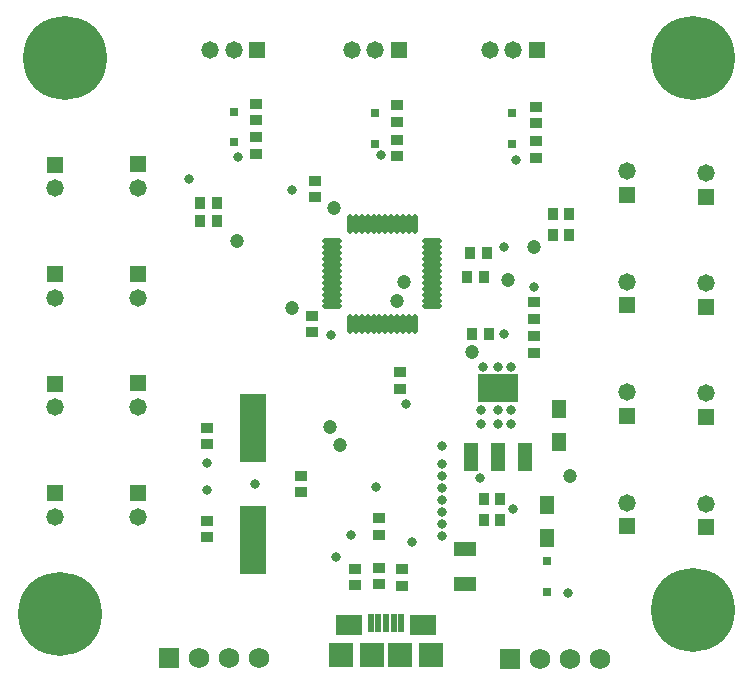
<source format=gts>
G04*
G04 #@! TF.GenerationSoftware,Altium Limited,Altium Designer,20.0.13 (296)*
G04*
G04 Layer_Color=8388736*
%FSLAX25Y25*%
%MOIN*%
G70*
G01*
G75*
%ADD19R,0.04343X0.03556*%
%ADD20R,0.03556X0.04343*%
%ADD21R,0.09100X0.22800*%
%ADD22R,0.05131X0.06115*%
%ADD23R,0.13595X0.09265*%
%ADD24R,0.04540X0.09265*%
%ADD25O,0.06509X0.01981*%
%ADD26O,0.01981X0.06509*%
%ADD27R,0.02572X0.02965*%
%ADD28R,0.08280X0.08280*%
%ADD29R,0.07887X0.08280*%
%ADD30R,0.09068X0.07099*%
%ADD31R,0.02375X0.06115*%
%ADD32R,0.07493X0.04934*%
%ADD33C,0.06800*%
%ADD34R,0.06800X0.06800*%
%ADD35C,0.27965*%
%ADD36C,0.05800*%
%ADD37R,0.05800X0.05800*%
%ADD38R,0.05800X0.05800*%
%ADD39C,0.03162*%
%ADD40C,0.04737*%
%ADD41C,0.04737*%
D19*
X455500Y233256D02*
D03*
Y227744D02*
D03*
X491500Y315512D02*
D03*
Y310000D02*
D03*
X455500Y202256D02*
D03*
Y196744D02*
D03*
X520000Y246244D02*
D03*
Y251756D02*
D03*
X490500Y264988D02*
D03*
Y270500D02*
D03*
X564500Y258244D02*
D03*
Y263756D02*
D03*
X513000Y197488D02*
D03*
Y203000D02*
D03*
X505000Y180744D02*
D03*
Y186256D02*
D03*
X513000Y181000D02*
D03*
Y186512D02*
D03*
X520500Y186012D02*
D03*
Y180500D02*
D03*
X565374Y323244D02*
D03*
Y328756D02*
D03*
Y340256D02*
D03*
Y334744D02*
D03*
X519000Y323744D02*
D03*
Y329256D02*
D03*
Y340756D02*
D03*
Y335244D02*
D03*
X472000Y324488D02*
D03*
Y330000D02*
D03*
Y341256D02*
D03*
Y335744D02*
D03*
X487000Y211744D02*
D03*
Y217256D02*
D03*
X564500Y269488D02*
D03*
Y275000D02*
D03*
D20*
X547756Y283500D02*
D03*
X542244D02*
D03*
X549500Y264500D02*
D03*
X543988D02*
D03*
X548756Y291500D02*
D03*
X543244D02*
D03*
X547744Y209500D02*
D03*
X553256D02*
D03*
X547744Y202500D02*
D03*
X553256D02*
D03*
X570744Y297500D02*
D03*
X576256D02*
D03*
X570744Y304500D02*
D03*
X576256D02*
D03*
X458756Y302000D02*
D03*
X453244D02*
D03*
X458756Y308000D02*
D03*
X453244D02*
D03*
D21*
X471000Y233201D02*
D03*
Y195801D02*
D03*
D22*
X573000Y239610D02*
D03*
Y228390D02*
D03*
X569000Y207610D02*
D03*
Y196390D02*
D03*
D23*
X552500Y246417D02*
D03*
D24*
X561555Y223583D02*
D03*
X552500D02*
D03*
X543445D02*
D03*
D25*
X530634Y273673D02*
D03*
Y275642D02*
D03*
Y277610D02*
D03*
Y279579D02*
D03*
Y281547D02*
D03*
Y283516D02*
D03*
Y285484D02*
D03*
Y287453D02*
D03*
Y289421D02*
D03*
Y291390D02*
D03*
Y293358D02*
D03*
Y295327D02*
D03*
X497366D02*
D03*
Y293358D02*
D03*
Y291390D02*
D03*
Y289421D02*
D03*
Y287453D02*
D03*
Y285484D02*
D03*
Y283516D02*
D03*
Y281547D02*
D03*
Y279579D02*
D03*
Y277610D02*
D03*
Y275642D02*
D03*
Y273673D02*
D03*
D26*
X524827Y301134D02*
D03*
X522858D02*
D03*
X520890D02*
D03*
X518921D02*
D03*
X516953D02*
D03*
X514984D02*
D03*
X513016D02*
D03*
X511047D02*
D03*
X509079D02*
D03*
X507110D02*
D03*
X505142D02*
D03*
X503173D02*
D03*
Y267866D02*
D03*
X505142D02*
D03*
X507110D02*
D03*
X509079D02*
D03*
X511047D02*
D03*
X513016D02*
D03*
X514984D02*
D03*
X516953D02*
D03*
X518921D02*
D03*
X520890D02*
D03*
X522858D02*
D03*
X524827D02*
D03*
D27*
X569000Y178500D02*
D03*
Y188736D02*
D03*
X557374Y338118D02*
D03*
Y327882D02*
D03*
X464500Y338618D02*
D03*
Y328382D02*
D03*
X511500Y338118D02*
D03*
Y327882D02*
D03*
D28*
X519949Y157500D02*
D03*
X510500D02*
D03*
D29*
X530185D02*
D03*
X500264D02*
D03*
D30*
X527429Y167539D02*
D03*
X503020D02*
D03*
D31*
X520342Y168032D02*
D03*
X510106D02*
D03*
X512665D02*
D03*
X517783D02*
D03*
X515224D02*
D03*
D32*
X541500Y192807D02*
D03*
Y181193D02*
D03*
D33*
X586500Y156000D02*
D03*
X566500D02*
D03*
X576500D02*
D03*
X473000Y156500D02*
D03*
X453000D02*
D03*
X463000D02*
D03*
D34*
X556500Y156000D02*
D03*
X443000Y156500D02*
D03*
D35*
X617500Y356500D02*
D03*
X408122D02*
D03*
X406500Y171000D02*
D03*
X617500Y172378D02*
D03*
D36*
X432500Y240126D02*
D03*
Y203626D02*
D03*
Y276626D02*
D03*
Y313126D02*
D03*
X405000Y203500D02*
D03*
Y240000D02*
D03*
Y313000D02*
D03*
Y276500D02*
D03*
X557626Y359000D02*
D03*
X549752D02*
D03*
X511626D02*
D03*
X503752D02*
D03*
X464500D02*
D03*
X456626D02*
D03*
X622000Y318083D02*
D03*
Y281374D02*
D03*
X595500Y318665D02*
D03*
Y281874D02*
D03*
Y245083D02*
D03*
X622000Y244665D02*
D03*
X595500Y208291D02*
D03*
X622000Y207957D02*
D03*
D37*
X432500Y248000D02*
D03*
Y211500D02*
D03*
Y284500D02*
D03*
Y321000D02*
D03*
X405000Y211374D02*
D03*
Y247874D02*
D03*
Y320874D02*
D03*
Y284374D02*
D03*
X622000Y310209D02*
D03*
Y273500D02*
D03*
X595500Y310791D02*
D03*
Y274000D02*
D03*
Y237209D02*
D03*
X622000Y236791D02*
D03*
X595500Y200417D02*
D03*
X622000Y200083D02*
D03*
D38*
X565500Y359000D02*
D03*
X519500D02*
D03*
X472374D02*
D03*
D39*
X534000Y221000D02*
D03*
Y217000D02*
D03*
X557500Y206000D02*
D03*
X534000Y227000D02*
D03*
X557000Y234500D02*
D03*
X552500D02*
D03*
X557000Y253500D02*
D03*
X552500D02*
D03*
X547500D02*
D03*
X552500Y239000D02*
D03*
X547000Y234500D02*
D03*
X557000Y239000D02*
D03*
X547000D02*
D03*
X534000Y213000D02*
D03*
Y201000D02*
D03*
Y209000D02*
D03*
Y197000D02*
D03*
Y205000D02*
D03*
X497000Y264000D02*
D03*
X466000Y323500D02*
D03*
X513500Y324000D02*
D03*
X558500Y322500D02*
D03*
X554500Y293500D02*
D03*
X564500Y280000D02*
D03*
X554500Y264500D02*
D03*
X546500Y216500D02*
D03*
X576000Y178000D02*
D03*
X455500Y221500D02*
D03*
Y212500D02*
D03*
X498500Y190000D02*
D03*
X484000Y312500D02*
D03*
X522000Y241000D02*
D03*
X471500Y214500D02*
D03*
X512000Y213500D02*
D03*
X449500Y316000D02*
D03*
X503500Y197500D02*
D03*
X524000Y195000D02*
D03*
D40*
X500000Y227500D02*
D03*
X497938Y306476D02*
D03*
X484000Y273000D02*
D03*
X465500Y295500D02*
D03*
X556000Y282500D02*
D03*
X564500Y293500D02*
D03*
X544000Y258500D02*
D03*
X521215Y281785D02*
D03*
X519000Y275500D02*
D03*
X576500Y217000D02*
D03*
D41*
X496500Y233500D02*
D03*
M02*

</source>
